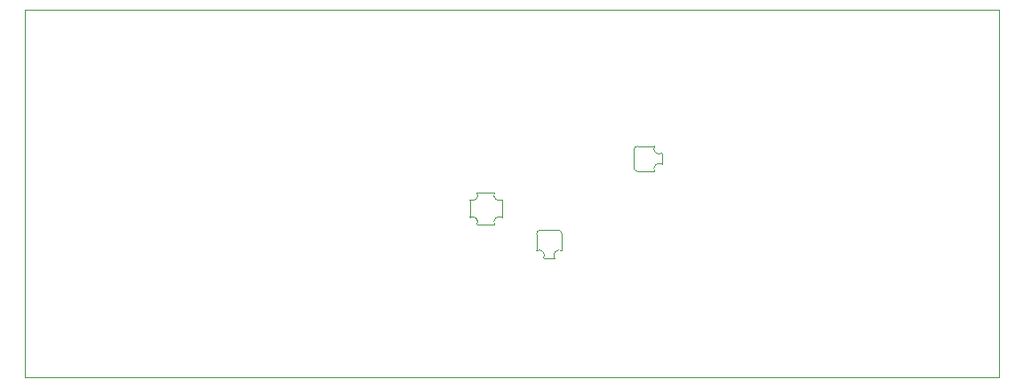
<source format=gbr>
%TF.GenerationSoftware,KiCad,Pcbnew,7.0.2*%
%TF.CreationDate,2023-04-22T18:48:38+01:00*%
%TF.ProjectId,zigbee-led-controller,7a696762-6565-42d6-9c65-642d636f6e74,1*%
%TF.SameCoordinates,Original*%
%TF.FileFunction,Profile,NP*%
%FSLAX46Y46*%
G04 Gerber Fmt 4.6, Leading zero omitted, Abs format (unit mm)*
G04 Created by KiCad (PCBNEW 7.0.2) date 2023-04-22 18:48:38*
%MOMM*%
%LPD*%
G01*
G04 APERTURE LIST*
%TA.AperFunction,Profile*%
%ADD10C,0.100000*%
%TD*%
%TA.AperFunction,Profile*%
%ADD11C,0.120000*%
%TD*%
G04 APERTURE END LIST*
D10*
X35255200Y-32258000D02*
X128016000Y-32258000D01*
X128016000Y-67310000D01*
X35255200Y-67310000D01*
X35255200Y-32258000D01*
D11*
%TO.C,U2*%
X85712713Y-55926640D02*
X84671313Y-55926640D01*
X83985513Y-55240840D02*
X83985513Y-53640640D01*
X86398513Y-53640640D02*
X86398513Y-55240840D01*
X84366513Y-53259640D02*
X86017513Y-53259640D01*
X79997713Y-52751640D02*
X78321313Y-52751640D01*
X77635513Y-52065840D02*
X77635513Y-50389440D01*
X80683513Y-52065840D02*
X80683513Y-50389440D01*
X79997713Y-49703640D02*
X78321313Y-49703640D01*
X95237713Y-47671640D02*
X93637513Y-47671140D01*
X93256513Y-47290140D02*
X93256513Y-45639140D01*
X95923513Y-45944440D02*
X95923513Y-46985840D01*
X93637513Y-45258140D02*
X95237713Y-45258640D01*
X86398513Y-55240840D02*
G75*
G03*
X85712713Y-55926640I-247753J-438047D01*
G01*
X84671313Y-55926640D02*
G75*
G03*
X83985513Y-55240840I-438047J247753D01*
G01*
X84366513Y-53259640D02*
G75*
G03*
X83985513Y-53640640I-1J-380999D01*
G01*
X86398513Y-53640640D02*
G75*
G03*
X86017513Y-53259640I-380999J1D01*
G01*
X80683513Y-52065840D02*
G75*
G03*
X79997713Y-52751640I-247753J-438047D01*
G01*
X78321313Y-52751640D02*
G75*
G03*
X77635513Y-52065840I-438047J247753D01*
G01*
X79997713Y-49703640D02*
G75*
G03*
X80683513Y-50389440I438047J-247753D01*
G01*
X77635513Y-50389440D02*
G75*
G03*
X78321313Y-49703640I247750J438050D01*
G01*
X95923513Y-46985840D02*
G75*
G03*
X95237713Y-47671640I-247750J-438050D01*
G01*
X93256513Y-47290140D02*
G75*
G03*
X93637513Y-47671140I381000J0D01*
G01*
X95237713Y-45258640D02*
G75*
G03*
X95923513Y-45944440I438050J-247750D01*
G01*
X93637513Y-45258140D02*
G75*
G03*
X93256513Y-45639140I0J-381000D01*
G01*
%TD*%
M02*

</source>
